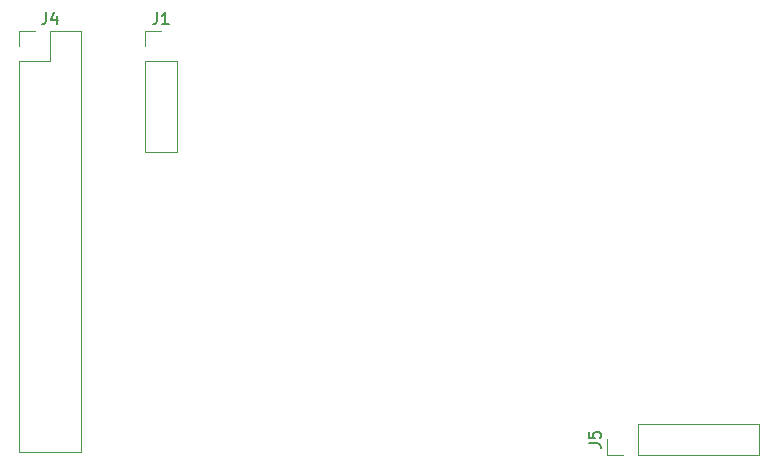
<source format=gbr>
G04 #@! TF.GenerationSoftware,KiCad,Pcbnew,5.1.0*
G04 #@! TF.CreationDate,2019-05-04T21:29:49+08:00*
G04 #@! TF.ProjectId,pcbtest,70636274-6573-4742-9e6b-696361645f70,rev?*
G04 #@! TF.SameCoordinates,Original*
G04 #@! TF.FileFunction,Legend,Top*
G04 #@! TF.FilePolarity,Positive*
%FSLAX46Y46*%
G04 Gerber Fmt 4.6, Leading zero omitted, Abs format (unit mm)*
G04 Created by KiCad (PCBNEW 5.1.0) date 2019-05-04 21:29:49*
%MOMM*%
%LPD*%
G04 APERTURE LIST*
%ADD10C,0.120000*%
%ADD11C,0.150000*%
G04 APERTURE END LIST*
D10*
X157674000Y-87690000D02*
X160334000Y-87690000D01*
X157674000Y-80010000D02*
X157674000Y-87690000D01*
X160334000Y-80010000D02*
X160334000Y-87690000D01*
X157674000Y-80010000D02*
X160334000Y-80010000D01*
X157674000Y-78740000D02*
X157674000Y-77410000D01*
X157674000Y-77410000D02*
X159004000Y-77410000D01*
X147006000Y-113090000D02*
X152206000Y-113090000D01*
X147006000Y-80010000D02*
X147006000Y-113090000D01*
X152206000Y-77410000D02*
X152206000Y-113090000D01*
X147006000Y-80010000D02*
X149606000Y-80010000D01*
X149606000Y-80010000D02*
X149606000Y-77410000D01*
X149606000Y-77410000D02*
X152206000Y-77410000D01*
X147006000Y-78740000D02*
X147006000Y-77410000D01*
X147006000Y-77410000D02*
X148336000Y-77410000D01*
X209610000Y-113344000D02*
X209610000Y-110684000D01*
X199390000Y-113344000D02*
X209610000Y-113344000D01*
X199390000Y-110684000D02*
X209610000Y-110684000D01*
X199390000Y-113344000D02*
X199390000Y-110684000D01*
X198120000Y-113344000D02*
X196790000Y-113344000D01*
X196790000Y-113344000D02*
X196790000Y-112014000D01*
D11*
X158670666Y-75862380D02*
X158670666Y-76576666D01*
X158623047Y-76719523D01*
X158527809Y-76814761D01*
X158384952Y-76862380D01*
X158289714Y-76862380D01*
X159670666Y-76862380D02*
X159099238Y-76862380D01*
X159384952Y-76862380D02*
X159384952Y-75862380D01*
X159289714Y-76005238D01*
X159194476Y-76100476D01*
X159099238Y-76148095D01*
X149272666Y-75862380D02*
X149272666Y-76576666D01*
X149225047Y-76719523D01*
X149129809Y-76814761D01*
X148986952Y-76862380D01*
X148891714Y-76862380D01*
X150177428Y-76195714D02*
X150177428Y-76862380D01*
X149939333Y-75814761D02*
X149701238Y-76529047D01*
X150320285Y-76529047D01*
X195242380Y-112347333D02*
X195956666Y-112347333D01*
X196099523Y-112394952D01*
X196194761Y-112490190D01*
X196242380Y-112633047D01*
X196242380Y-112728285D01*
X195242380Y-111394952D02*
X195242380Y-111871142D01*
X195718571Y-111918761D01*
X195670952Y-111871142D01*
X195623333Y-111775904D01*
X195623333Y-111537809D01*
X195670952Y-111442571D01*
X195718571Y-111394952D01*
X195813809Y-111347333D01*
X196051904Y-111347333D01*
X196147142Y-111394952D01*
X196194761Y-111442571D01*
X196242380Y-111537809D01*
X196242380Y-111775904D01*
X196194761Y-111871142D01*
X196147142Y-111918761D01*
M02*

</source>
